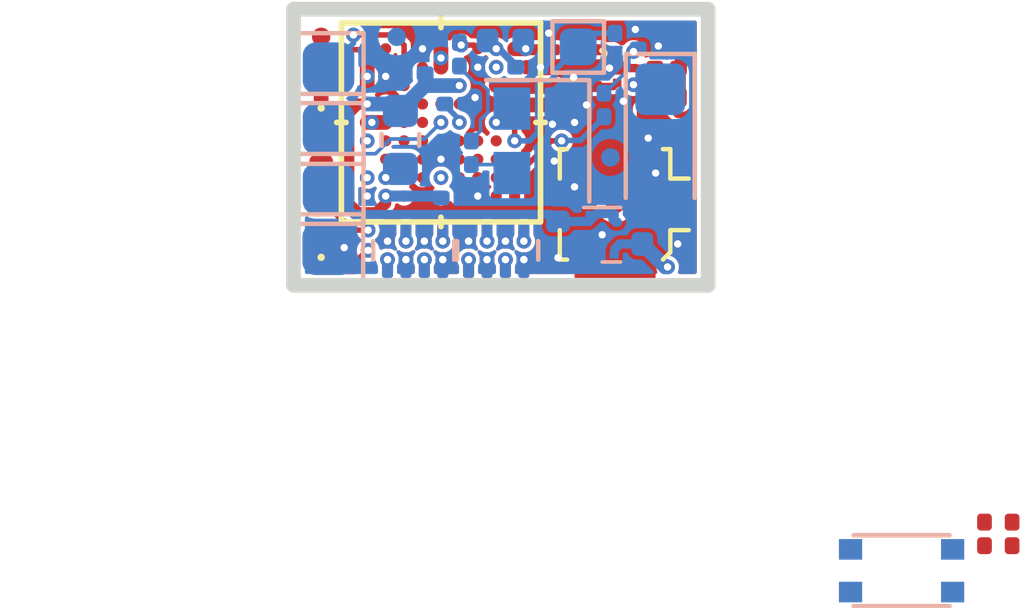
<source format=kicad_pcb>
(kicad_pcb (version 20171130) (host pcbnew "(5.1.4)-1")
  (layers (0 F.Cu signal) (1 In1.Cu_Gnd signal) (2 In2.Cu_3V3 signal) (31 B.Cu signal) (34 B.Paste user) (35 F.Paste user) (36 B.SilkS user hide) (37 F.SilkS user hide) (38 B.Mask user) (39 F.Mask user) (44 Edge.Cuts user))
  (net 0 "")
  (net 1 GND)
  (net 2 VDDRF1V5)
  (net 3 VR_PA)
  (net 4 3.3-5V_IN)
  (net 5 BIND_BUT)
  (net 6 +3V3)
  (net 7 "Net-(C8-Pad1)")
  (net 8 "Net-(C13-Pad2)")
  (net 9 XI)
  (net 10 "Net-(C18-Pad2)")
  (net 11 "Net-(C18-Pad1)")
  (net 12 RFI_N)
  (net 13 RFI_P)
  (net 14 XO)
  (net 15 "Net-(C26-Pad1)")
  (net 16 "Net-(D1-Pad1)")
  (net 17 "Net-(D2-Pad1)")
  (net 18 "Net-(L1-Pad1)")
  (net 19 LED1)
  (net 20 LED2)
  (net 21 Boot0)
  (net 22 RFSW_CRTL)
  (net 23 UART_RX)
  (net 24 UART_TX)
  (net 25 "Net-(U1-PadB3)")
  (net 26 "Net-(U1-PadB4)")
  (net 27 "Net-(U1-PadB6)")
  (net 28 "Net-(U1-PadB9)")
  (net 29 "Net-(U1-PadC2)")
  (net 30 "Net-(U1-PadC3)")
  (net 31 "Net-(U1-PadC4)")
  (net 32 "Net-(U1-PadC5)")
  (net 33 "Net-(U1-PadC6)")
  (net 34 "Net-(U1-PadC7)")
  (net 35 "Net-(U1-PadD2)")
  (net 36 "Net-(U1-PadD3)")
  (net 37 "Net-(U1-PadD4)")
  (net 38 "Net-(U1-PadD5)")
  (net 39 "Net-(U1-PadD6)")
  (net 40 "Net-(U1-PadD8)")
  (net 41 "Net-(U1-PadE4)")
  (net 42 "Net-(U1-PadE6)")
  (net 43 "Net-(U1-PadE7)")
  (net 44 "Net-(U1-PadF1)")
  (net 45 "Net-(U1-PadF2)")
  (net 46 "Net-(U1-PadF4)")
  (net 47 "Net-(U1-PadF6)")
  (net 48 "Net-(U1-PadG2)")
  (net 49 "Net-(U1-PadG3)")
  (net 50 "Net-(U1-PadG4)")
  (net 51 "Net-(U1-PadH2)")
  (net 52 "Net-(U1-PadH3)")
  (net 53 "Net-(U1-PadH4)")
  (net 54 "Net-(U1-PadJ3)")
  (net 55 "Net-(U1-PadJ8)")
  (net 56 "Net-(U1-PadH1)")
  (net 57 "Net-(U1-PadC1)")
  (net 58 "Net-(U1-PadE1)")
  (net 59 "Net-(U1-PadF3)")
  (net 60 "Net-(U1-PadD7)")
  (net 61 "Net-(C14-Pad1)")
  (net 62 "Net-(L2-Pad2)")
  (net 63 "Net-(R6-Pad1)")
  (net 64 RFI)
  (net 65 RFO)
  (module ftprnts:0900FM15D0039 (layer F.Cu) (at 127.575 52.85 90)
    (fp_text reference U4 hide)
    (fp_text value 0900FM15D0039 hide)
    (pad 10 smd roundrect (at 1 0) (size 0.3 0.45) (layers F.Cu F.Paste F.Mask) (roundrect_rratio 0.2) (net 1 GND))
    (pad 9 smd roundrect (at -1 0) (size 0.3 0.45) (layers F.Cu F.Paste F.Mask) (roundrect_rratio 0.2) (net 1 GND))
    (pad 8 smd roundrect (at 0.75 0.575 270) (size 0.3 0.45) (layers F.Cu F.Paste F.Mask) (roundrect_rratio 0.2) (net 65 RFO))
    (pad 7 smd roundrect (at 0.25 0.575 270) (size 0.3 0.45) (layers F.Cu F.Paste F.Mask) (roundrect_rratio 0.2) (net 1 GND))
    (pad 6 smd roundrect (at -0.25 0.575 270) (size 0.3 0.45) (layers F.Cu F.Paste F.Mask) (roundrect_rratio 0.2) (net 64 RFI))
    (pad 5 smd roundrect (at -0.75 0.575 270) (size 0.3 0.45) (layers F.Cu F.Paste F.Mask) (roundrect_rratio 0.2) (net 1 GND))
    (pad 4 smd roundrect (at -0.75 -0.575 270) (size 0.3 0.45) (layers F.Cu F.Paste F.Mask) (roundrect_rratio 0.2) (net 13 RFI_P))
    (pad 3 smd roundrect (at -0.25 -0.575 270) (size 0.3 0.45) (layers F.Cu F.Paste F.Mask) (roundrect_rratio 0.2) (net 12 RFI_N))
    (pad 2 smd roundrect (at 0.25 -0.575 270) (size 0.3 0.45) (layers F.Cu F.Paste F.Mask) (roundrect_rratio 0.2) (net 1 GND))
    (pad 1 smd roundrect (at 0.75 -0.575 270) (size 0.3 0.45) (layers F.Cu F.Paste F.Mask) (roundrect_rratio 0.2) (net 62 "Net-(L2-Pad2)"))
  )
  (module Crystal:Crystal_SMD_2520-4Pin_2.5x2.0mm (layer B.Cu) (at 126.625 54.575 270)
    (fp_text reference U5 hide)
    (fp_text value ECS-TXO-25CSMV-320-AM-TR hide)
    (pad 4 smd rect (at -0.875 0.7 270) (size 1.15 1) (layers B.Cu B.Paste B.Mask) (net 6 +3V3))
    (pad 3 smd rect (at 0.875 0.7 270) (size 1.15 1) (layers B.Cu B.Paste B.Mask) (net 63 "Net-(R6-Pad1)"))
    (pad 2 smd rect (at 0.875 -0.7 270) (size 1.15 1) (layers B.Cu B.Paste B.Mask) (net 1 GND))
    (pad 1 smd rect (at -0.875 -0.7 270) (size 1.15 1) (layers B.Cu B.Paste B.Mask) (net 1 GND))
  )
  (module ftprnts:R_0201_0603Metric_dense (layer B.Cu) (at 124.825 54.9 90)
    (fp_text reference R6 hide)
    (fp_text value 220R hide)
    (pad 2 smd roundrect (at 0.32 0 90) (size 0.46 0.4) (layers B.Cu B.Mask) (net 61 "Net-(C14-Pad1)"))
    (pad 1 smd roundrect (at -0.32 0 90) (size 0.46 0.4) (layers B.Cu B.Mask) (net 63 "Net-(R6-Pad1)"))
  )
  (module Inductor_SMD:L_0603_1608Metric (layer B.Cu) (at 122.9 54.55 90)
    (fp_text reference L1 hide)
    (fp_text value 15µH hide)
    (pad 2 smd roundrect (at 0.7875 0 90) (size 0.875 0.95) (layers B.Cu B.Paste B.Mask) (net 2 VDDRF1V5))
    (pad 1 smd roundrect (at -0.7875 0 90) (size 0.875 0.95) (layers B.Cu B.Paste B.Mask) (net 18 "Net-(L1-Pad1)"))
  )
  (module LED_SMD:LED_0402_1005Metric (layer F.Cu) (at 120.75 56.65 90)
    (fp_text reference D2 hide)
    (fp_text value LED_WHITE hide)
    (pad 2 smd roundrect (at 0.485 0 90) (size 0.59 0.64) (layers F.Cu F.Paste F.Mask) (net 6 +3V3))
    (pad 1 smd roundrect (at -0.485 0 90) (size 0.59 0.64) (layers F.Cu F.Paste F.Mask) (net 17 "Net-(D2-Pad1)"))
  )
  (module LED_SMD:LED_0402_1005Metric (layer F.Cu) (at 120.75 54.775 270)
    (fp_text reference D1 hide)
    (fp_text value LED_BLUE hide)
    (pad 2 smd roundrect (at 0.485 0 270) (size 0.59 0.64) (layers F.Cu F.Paste F.Mask) (net 6 +3V3))
    (pad 1 smd roundrect (at -0.485 0 270) (size 0.59 0.64) (layers F.Cu F.Paste F.Mask) (net 16 "Net-(D1-Pad1)"))
  )
  (module ftprnts:C_0201_0603Metric_dense (layer B.Cu) (at 124.5 52.225 90)
    (fp_text reference C14 hide)
    (fp_text value 10pF hide)
    (pad 2 smd roundrect (at 0.32 0 90) (size 0.46 0.4) (layers B.Cu B.Mask) (net 9 XI))
    (pad 1 smd roundrect (at -0.32 0 90) (size 0.46 0.4) (layers B.Cu B.Mask) (net 61 "Net-(C14-Pad1)"))
  )
  (module ftprnts:BGS12PL6E6327XTSA1 (layer F.Cu) (at 129 52.6)
    (fp_text reference U3 hide)
    (fp_text value BGS12PL6E6327XTSA1 hide)
    (pad 1 smd rect (at -0.2159 -0.399999) (size 0.2286 0.2286) (layers F.Cu F.Paste F.Mask) (net 65 RFO))
    (pad 2 smd rect (at -0.2159 0) (size 0.2286 0.2286) (layers F.Cu F.Paste F.Mask) (net 1 GND))
    (pad 3 smd rect (at -0.2159 0.399999) (size 0.2286 0.2286) (layers F.Cu F.Paste F.Mask) (net 64 RFI))
    (pad 4 smd rect (at 0.2159 0.399999) (size 0.2286 0.2286) (layers F.Cu F.Paste F.Mask) (net 6 +3V3))
    (pad 5 smd rect (at 0.2159 0) (size 0.2286 0.2286) (layers F.Cu F.Paste F.Mask) (net 11 "Net-(C18-Pad1)"))
    (pad 6 smd rect (at 0.2159 -0.399999) (size 0.2286 0.2286) (layers F.Cu F.Paste F.Mask) (net 8 "Net-(C13-Pad2)"))
  )
  (module ftprnts:STM32WLE5JBI6 (layer F.Cu) (at 124 54.075 90)
    (fp_text reference U1 hide)
    (fp_text value STM32WLE5JBI6 hide)
    (pad A1 smd circle (at -2 -2 90) (size 0.3048 0.3048) (layers F.Cu F.Paste F.Mask) (net 1 GND))
    (pad A2 smd circle (at -1.5 -2 90) (size 0.3048 0.3048) (layers F.Cu F.Paste F.Mask) (net 6 +3V3))
    (pad A4 smd circle (at -0.5 -2 90) (size 0.3048 0.3048) (layers F.Cu F.Paste F.Mask) (net 20 LED2))
    (pad A5 smd circle (at 0 -2 90) (size 0.3048 0.3048) (layers F.Cu F.Paste F.Mask) (net 6 +3V3))
    (pad A7 smd circle (at 1 -2 90) (size 0.3048 0.3048) (layers F.Cu F.Paste F.Mask) (net 6 +3V3))
    (pad A8 smd circle (at 1.5 -2 90) (size 0.3048 0.3048) (layers F.Cu F.Paste F.Mask) (net 6 +3V3))
    (pad A9 smd circle (at 2 -2 90) (size 0.3048 0.3048) (layers F.Cu F.Paste F.Mask) (net 19 LED1))
    (pad B1 smd circle (at -2 -1.5 90) (size 0.3048 0.3048) (layers F.Cu F.Paste F.Mask) (net 2 VDDRF1V5))
    (pad B2 smd circle (at -1.5 -1.5 90) (size 0.3048 0.3048) (layers F.Cu F.Paste F.Mask) (net 18 "Net-(L1-Pad1)"))
    (pad B3 smd circle (at -1 -1.5 90) (size 0.3048 0.3048) (layers F.Cu F.Paste F.Mask) (net 25 "Net-(U1-PadB3)"))
    (pad B4 smd circle (at -0.5 -1.5 90) (size 0.3048 0.3048) (layers F.Cu F.Paste F.Mask) (net 26 "Net-(U1-PadB4)"))
    (pad B5 smd circle (at 0 -1.5 90) (size 0.3048 0.3048) (layers F.Cu F.Paste F.Mask) (net 6 +3V3))
    (pad B6 smd circle (at 0.5 -1.5 90) (size 0.3048 0.3048) (layers F.Cu F.Paste F.Mask) (net 27 "Net-(U1-PadB6)"))
    (pad B7 smd circle (at 1 -1.5 90) (size 0.3048 0.3048) (layers F.Cu F.Paste F.Mask) (net 1 GND))
    (pad B8 smd circle (at 1.5 -1.5 90) (size 0.3048 0.3048) (layers F.Cu F.Paste F.Mask) (net 1 GND))
    (pad B9 smd circle (at 2 -1.5 90) (size 0.3048 0.3048) (layers F.Cu F.Paste F.Mask) (net 28 "Net-(U1-PadB9)"))
    (pad C1 smd circle (at -2 -1 90) (size 0.3048 0.3048) (layers F.Cu F.Paste F.Mask) (net 57 "Net-(U1-PadC1)"))
    (pad C2 smd circle (at -1.5 -1 90) (size 0.3048 0.3048) (layers F.Cu F.Paste F.Mask) (net 29 "Net-(U1-PadC2)"))
    (pad C3 smd circle (at -1 -1 90) (size 0.3048 0.3048) (layers F.Cu F.Paste F.Mask) (net 30 "Net-(U1-PadC3)"))
    (pad C4 smd circle (at -0.5 -1 90) (size 0.3048 0.3048) (layers F.Cu F.Paste F.Mask) (net 31 "Net-(U1-PadC4)"))
    (pad C5 smd circle (at 0 -1 90) (size 0.3048 0.3048) (layers F.Cu F.Paste F.Mask) (net 32 "Net-(U1-PadC5)"))
    (pad C6 smd circle (at 0.5 -1 90) (size 0.3048 0.3048) (layers F.Cu F.Paste F.Mask) (net 33 "Net-(U1-PadC6)"))
    (pad C7 smd circle (at 1 -1 90) (size 0.3048 0.3048) (layers F.Cu F.Paste F.Mask) (net 34 "Net-(U1-PadC7)"))
    (pad C8 smd circle (at 1.5 -1 90) (size 0.3048 0.3048) (layers F.Cu F.Paste F.Mask) (net 23 UART_RX))
    (pad D2 smd circle (at -1.5 -0.5 90) (size 0.3048 0.3048) (layers F.Cu F.Paste F.Mask) (net 35 "Net-(U1-PadD2)"))
    (pad D3 smd circle (at -1 -0.5 90) (size 0.3048 0.3048) (layers F.Cu F.Paste F.Mask) (net 36 "Net-(U1-PadD3)"))
    (pad D4 smd circle (at -0.5 -0.5 90) (size 0.3048 0.3048) (layers F.Cu F.Paste F.Mask) (net 37 "Net-(U1-PadD4)"))
    (pad D5 smd circle (at 0 -0.5 90) (size 0.3048 0.3048) (layers F.Cu F.Paste F.Mask) (net 38 "Net-(U1-PadD5)"))
    (pad D6 smd circle (at 0.5 -0.5 90) (size 0.3048 0.3048) (layers F.Cu F.Paste F.Mask) (net 39 "Net-(U1-PadD6)"))
    (pad D7 smd circle (at 1 -0.5 90) (size 0.3048 0.3048) (layers F.Cu F.Paste F.Mask) (net 60 "Net-(U1-PadD7)"))
    (pad D8 smd circle (at 1.5 -0.5 90) (size 0.3048 0.3048) (layers F.Cu F.Paste F.Mask) (net 40 "Net-(U1-PadD8)"))
    (pad D9 smd circle (at 2 -0.5 90) (size 0.3048 0.3048) (layers F.Cu F.Paste F.Mask) (net 1 GND))
    (pad E1 smd circle (at -2 0 90) (size 0.3048 0.3048) (layers F.Cu F.Paste F.Mask) (net 58 "Net-(U1-PadE1)"))
    (pad E2 smd circle (at -1.5 0 90) (size 0.3048 0.3048) (layers F.Cu F.Paste F.Mask) (net 6 +3V3))
    (pad E3 smd circle (at -1 0 90) (size 0.3048 0.3048) (layers F.Cu F.Paste F.Mask) (net 1 GND))
    (pad E4 smd circle (at -0.5 0 90) (size 0.3048 0.3048) (layers F.Cu F.Paste F.Mask) (net 41 "Net-(U1-PadE4)"))
    (pad E5 smd circle (at 0 0 90) (size 0.3048 0.3048) (layers F.Cu F.Paste F.Mask) (net 24 UART_TX))
    (pad E6 smd circle (at 0.5 0 90) (size 0.3048 0.3048) (layers F.Cu F.Paste F.Mask) (net 42 "Net-(U1-PadE6)"))
    (pad E7 smd circle (at 1 0 90) (size 0.3048 0.3048) (layers F.Cu F.Paste F.Mask) (net 43 "Net-(U1-PadE7)"))
    (pad E8 smd circle (at 1.5 0 90) (size 0.3048 0.3048) (layers F.Cu F.Paste F.Mask) (net 6 +3V3))
    (pad E9 smd circle (at 2 0 90) (size 0.3048 0.3048) (layers F.Cu F.Paste F.Mask) (net 6 +3V3))
    (pad F1 smd circle (at -2 0.5 90) (size 0.3048 0.3048) (layers F.Cu F.Paste F.Mask) (net 44 "Net-(U1-PadF1)"))
    (pad F2 smd circle (at -1.5 0.5 90) (size 0.3048 0.3048) (layers F.Cu F.Paste F.Mask) (net 45 "Net-(U1-PadF2)"))
    (pad F3 smd circle (at -1 0.5 90) (size 0.3048 0.3048) (layers F.Cu F.Paste F.Mask) (net 59 "Net-(U1-PadF3)"))
    (pad F4 smd circle (at -0.5 0.5 90) (size 0.3048 0.3048) (layers F.Cu F.Paste F.Mask) (net 46 "Net-(U1-PadF4)"))
    (pad F5 smd circle (at 0 0.5 90) (size 0.3048 0.3048) (layers F.Cu F.Paste F.Mask) (net 7 "Net-(C8-Pad1)"))
    (pad F6 smd circle (at 0.5 0.5 90) (size 0.3048 0.3048) (layers F.Cu F.Paste F.Mask) (net 47 "Net-(U1-PadF6)"))
    (pad F7 smd circle (at 1 0.5 90) (size 0.3048 0.3048) (layers F.Cu F.Paste F.Mask) (net 2 VDDRF1V5))
    (pad F8 smd circle (at 1.5 0.5 90) (size 0.3048 0.3048) (layers F.Cu F.Paste F.Mask) (net 14 XO))
    (pad G2 smd circle (at -1.5 1 90) (size 0.3048 0.3048) (layers F.Cu F.Paste F.Mask) (net 48 "Net-(U1-PadG2)"))
    (pad G3 smd circle (at -1 1 90) (size 0.3048 0.3048) (layers F.Cu F.Paste F.Mask) (net 49 "Net-(U1-PadG3)"))
    (pad G4 smd circle (at -0.5 1 90) (size 0.3048 0.3048) (layers F.Cu F.Paste F.Mask) (net 50 "Net-(U1-PadG4)"))
    (pad G5 smd circle (at 0 1 90) (size 0.3048 0.3048) (layers F.Cu F.Paste F.Mask) (net 1 GND))
    (pad G6 smd circle (at 0.5 1 90) (size 0.3048 0.3048) (layers F.Cu F.Paste F.Mask) (net 1 GND))
    (pad G7 smd circle (at 1 1 90) (size 0.3048 0.3048) (layers F.Cu F.Paste F.Mask) (net 1 GND))
    (pad G8 smd circle (at 1.5 1 90) (size 0.3048 0.3048) (layers F.Cu F.Paste F.Mask) (net 1 GND))
    (pad G9 smd circle (at 2 1 90) (size 0.3048 0.3048) (layers F.Cu F.Paste F.Mask) (net 9 XI))
    (pad H1 smd circle (at -2 1.5 90) (size 0.3048 0.3048) (layers F.Cu F.Paste F.Mask) (net 56 "Net-(U1-PadH1)"))
    (pad H2 smd circle (at -1.5 1.5 90) (size 0.3048 0.3048) (layers F.Cu F.Paste F.Mask) (net 51 "Net-(U1-PadH2)"))
    (pad H3 smd circle (at -1 1.5 90) (size 0.3048 0.3048) (layers F.Cu F.Paste F.Mask) (net 52 "Net-(U1-PadH3)"))
    (pad H4 smd circle (at -0.5 1.5 90) (size 0.3048 0.3048) (layers F.Cu F.Paste F.Mask) (net 53 "Net-(U1-PadH4)"))
    (pad H5 smd circle (at 0 1.5 90) (size 0.3048 0.3048) (layers F.Cu F.Paste F.Mask) (net 6 +3V3))
    (pad H6 smd circle (at 0.5 1.5 90) (size 0.3048 0.3048) (layers F.Cu F.Paste F.Mask) (net 1 GND))
    (pad H7 smd circle (at 1 1.5 90) (size 0.3048 0.3048) (layers F.Cu F.Paste F.Mask) (net 12 RFI_N))
    (pad H8 smd circle (at 1.5 1.5 90) (size 0.3048 0.3048) (layers F.Cu F.Paste F.Mask) (net 6 +3V3))
    (pad H9 smd circle (at 2 1.5 90) (size 0.3048 0.3048) (layers F.Cu F.Paste F.Mask) (net 3 VR_PA))
    (pad J1 smd circle (at -2 2 90) (size 0.3048 0.3048) (layers F.Cu F.Paste F.Mask) (net 5 BIND_BUT))
    (pad J2 smd circle (at -1.5 2 90) (size 0.3048 0.3048) (layers F.Cu F.Paste F.Mask) (net 22 RFSW_CRTL))
    (pad J3 smd circle (at -1 2 90) (size 0.3048 0.3048) (layers F.Cu F.Paste F.Mask) (net 54 "Net-(U1-PadJ3)"))
    (pad J5 smd circle (at 0 2 90) (size 0.3048 0.3048) (layers F.Cu F.Paste F.Mask) (net 21 Boot0))
    (pad J6 smd circle (at 0.5 2 90) (size 0.3048 0.3048) (layers F.Cu F.Paste F.Mask) (net 13 RFI_P))
    (pad J8 smd circle (at 1.5 2 90) (size 0.3048 0.3048) (layers F.Cu F.Paste F.Mask) (net 55 "Net-(U1-PadJ8)"))
    (pad J9 smd circle (at 2 2 90) (size 0.3048 0.3048) (layers F.Cu F.Paste F.Mask) (net 62 "Net-(L2-Pad2)"))
  )
  (module Capacitor_Tantalum_SMD:CP_EIA-3216-18_Kemet-A (layer B.Cu) (at 129.95 54.525 270)
    (fp_text reference C12 hide)
    (fp_text value 100uF hide)
    (pad 1 smd roundrect (at -1.35 0 270) (size 1.4 1.35) (layers B.Cu B.Paste B.Mask) (roundrect_rratio 0.185185) (net 6 +3V3))
    (pad 2 smd roundrect (at 1.35 0 270) (size 1.4 1.35) (layers B.Cu B.Paste B.Mask) (roundrect_rratio 0.185185) (net 1 GND))
  )
  (module Connector_Coaxial:U.FL_Molex_MCRF_73412-0110_Vertical (layer F.Cu) (at 128.725 56.3 90)
    (fp_text reference J1 hide)
    (fp_text value u.fl hide)
    (pad 2 smd rect (at -1.475 0 90) (size 1.05 2.2) (layers F.Cu F.Paste F.Mask) (net 1 GND))
    (pad 2 smd rect (at 1.475 0 90) (size 1.05 2.2) (layers F.Cu F.Paste F.Mask) (net 1 GND))
    (pad 2 smd rect (at 0 -1.5 90) (size 1 1) (layers F.Cu F.Paste F.Mask) (net 1 GND))
    (pad 1 smd rect (at 0 1.5 90) (size 1 1) (layers F.Cu F.Paste F.Mask) (net 15 "Net-(C26-Pad1)"))
  )
  (module ftprnts:EVPBL9A2B000 (layer B.Cu) (at 136.5 66.25 180)
    (fp_text reference SW1 hide)
    (fp_text value SW_Push hide)
    (pad 1 smd rect (at -1.385 0.58 180) (size 0.63 0.56) (layers B.Cu B.Paste B.Mask) (net 5 BIND_BUT))
    (pad 1 smd rect (at -1.385 -0.58 180) (size 0.63 0.56) (layers B.Cu B.Paste B.Mask) (net 5 BIND_BUT))
    (pad 2 smd rect (at 1.385 0.58 180) (size 0.63 0.56) (layers B.Cu B.Paste B.Mask) (net 1 GND))
    (pad 2 smd rect (at 1.385 -0.58 180) (size 0.63 0.56) (layers B.Cu B.Paste B.Mask) (net 1 GND))
  )
  (module ftprnts:R_0201_0603Metric_dense (layer B.Cu) (at 128.425 53.6 270)
    (fp_text reference R5 hide)
    (fp_text value 100R hide)
    (pad 2 smd roundrect (at 0.32 0 270) (size 0.46 0.4) (layers B.Cu B.Mask) (net 22 RFSW_CRTL))
    (pad 1 smd roundrect (at -0.32 0 270) (size 0.46 0.4) (layers B.Cu B.Mask) (net 8 "Net-(C13-Pad2)"))
  )
  (module ftprnts:R_0201_0603Metric_dense (layer B.Cu) (at 128.725 51.975 90)
    (fp_text reference R4 hide)
    (fp_text value 10k hide)
    (pad 2 smd roundrect (at 0.32 0 90) (size 0.46 0.4) (layers B.Cu B.Mask) (net 21 Boot0))
    (pad 1 smd roundrect (at -0.32 0 90) (size 0.46 0.4) (layers B.Cu B.Mask) (net 1 GND))
  )
  (module ftprnts:R_0201_0603Metric_dense (layer F.Cu) (at 139.5 65.25 90)
    (fp_text reference R3 hide)
    (fp_text value 10k hide)
    (pad 2 smd roundrect (at 0.32 0 90) (size 0.46 0.4) (layers F.Cu F.Mask) (net 6 +3V3))
    (pad 1 smd roundrect (at -0.32 0 90) (size 0.46 0.4) (layers F.Cu F.Mask) (net 5 BIND_BUT))
  )
  (module ftprnts:R_0201_0603Metric_dense (layer F.Cu) (at 121.225 58 180)
    (fp_text reference R2 hide)
    (fp_text value 270R hide)
    (pad 2 smd roundrect (at 0.32 0 180) (size 0.46 0.4) (layers F.Cu F.Mask) (net 17 "Net-(D2-Pad1)"))
    (pad 1 smd roundrect (at -0.32 0 180) (size 0.46 0.4) (layers F.Cu F.Mask) (net 20 LED2))
  )
  (module ftprnts:R_0201_0603Metric_dense (layer F.Cu) (at 120.75 53.15 270)
    (fp_text reference R1 hide)
    (fp_text value 270R hide)
    (pad 2 smd roundrect (at 0.32 0 270) (size 0.46 0.4) (layers F.Cu F.Mask) (net 16 "Net-(D1-Pad1)"))
    (pad 1 smd roundrect (at -0.32 0 270) (size 0.46 0.4) (layers F.Cu F.Mask) (net 19 LED1))
  )
  (module ftprnts:L_0402_1005Metric_dense (layer B.Cu) (at 129.95 57.375)
    (fp_text reference C5 hide)
    (fp_text value 10µF hide)
    (pad 2 smd roundrect (at 0.485 0) (size 0.59 0.64) (layers B.Cu B.Paste B.Mask) (net 1 GND))
    (pad 1 smd roundrect (at -0.485 0) (size 0.59 0.64) (layers B.Cu B.Paste B.Mask) (net 6 +3V3))
  )
  (module ftprnts:L_0402_1005Metric_dense (layer B.Cu) (at 127.175 57.25 270)
    (fp_text reference C3 hide)
    (fp_text value 10µF hide)
    (pad 2 smd roundrect (at 0.485 0 270) (size 0.59 0.64) (layers B.Cu B.Paste B.Mask) (net 1 GND))
    (pad 1 smd roundrect (at -0.485 0 270) (size 0.59 0.64) (layers B.Cu B.Paste B.Mask) (net 4 3.3-5V_IN))
  )
  (module Package_DFN_QFN:UDFN-4_1x1mm_P0.65mm (layer B.Cu) (at 128.375 57.125 90)
    (fp_text reference U2 hide)
    (fp_text value NCP160 hide)
    (pad 5 smd rect (at 0 0.17 135) (size 0.24 0.24) (layers B.Cu B.Paste B.Mask) (net 1 GND))
    (pad 5 smd rect (at -0.17 0 135) (size 0.24 0.24) (layers B.Cu B.Paste B.Mask) (net 1 GND))
    (pad 5 smd rect (at 0.17 0 135) (size 0.24 0.24) (layers B.Cu B.Paste B.Mask) (net 1 GND))
    (pad 3 smd rect (at 0.345 -0.415) (size 0.07 0.19) (layers B.Cu B.Paste B.Mask) (net 4 3.3-5V_IN))
    (pad 1 smd trapezoid (at -0.38 0.35 270) (size 0.2 0.2) (rect_delta 0 -0.19999) (layers B.Cu B.Paste B.Mask) (net 6 +3V3))
    (pad 3 smd trapezoid (at 0.43 -0.29 90) (size 0.18 0.18) (rect_delta 0 -0.17999) (layers B.Cu B.Paste B.Mask) (net 4 3.3-5V_IN))
    (pad 3 smd rect (at 0.54 -0.325 180) (size 0.25 0.22) (layers B.Cu B.Paste B.Mask) (net 4 3.3-5V_IN))
    (pad 4 smd rect (at 0.34 0.415) (size 0.07 0.19) (layers B.Cu B.Paste B.Mask) (net 4 3.3-5V_IN))
    (pad 4 smd trapezoid (at 0.425 0.29 180) (size 0.18 0.18) (rect_delta 0.1799 0) (layers B.Cu B.Paste B.Mask) (net 4 3.3-5V_IN))
    (pad 4 smd rect (at 0.54 0.325 180) (size 0.25 0.22) (layers B.Cu B.Paste B.Mask) (net 4 3.3-5V_IN))
    (pad 1 smd rect (at -0.54 0.325 180) (size 0.25 0.22) (layers B.Cu B.Paste B.Mask) (net 6 +3V3))
    (pad 5 smd rect (at 0 -0.17 135) (size 0.24 0.24) (layers B.Cu B.Paste B.Mask) (net 1 GND))
    (pad 2 smd rect (at -0.54 -0.325 180) (size 0.25 0.22) (layers B.Cu B.Paste B.Mask) (net 1 GND))
    (pad 1 smd trapezoid (at -0.43 0.3 270) (size 0.2 0.2) (rect_delta 0 -0.19999) (layers B.Cu B.Paste B.Mask) (net 6 +3V3))
    (pad 2 smd trapezoid (at -0.43 -0.29) (size 0.18 0.18) (rect_delta 0.1799 0) (layers B.Cu B.Paste B.Mask) (net 1 GND))
    (pad 2 smd rect (at -0.345 -0.415) (size 0.07 0.19) (layers B.Cu B.Paste B.Mask) (net 1 GND))
  )
  (module TestPoint:TestPoint_Pad_1.0x1.0mm (layer B.Cu) (at 127.725 52.025)
    (fp_text reference TP1 hide)
    (fp_text value "Pad 1x1mm" hide)
    (pad 1 smd roundrect (at 0 0) (size 1 1) (layers B.Cu B.Mask) (net 21 Boot0))
  )
  (module ftprnts:0805_low_esl_cap_avx_w_via_dense (layer B.Cu) (at 125.5 57.55 90)
    (fp_text reference C11 hide)
    (fp_text value 2.2uF hide)
    (pad 2 thru_hole circle (at -0.25 0.25 90) (size 0.4 0.4) (drill 0.2) (layers *.Cu) (net 6 +3V3))
    (pad 1 thru_hole circle (at -0.25 -0.25 90) (size 0.4 0.4) (drill 0.2) (layers *.Cu) (net 1 GND))
    (pad 2 smd roundrect (at -0.5 0.25 90) (size 0.5 0.3) (layers B.Cu B.Paste B.Mask) (net 6 +3V3))
    (pad 1 smd roundrect (at -0.5 -0.25 90) (size 0.5 0.3) (layers B.Cu B.Paste B.Mask) (net 1 GND))
    (pad 2 smd roundrect (at 0.5 -0.25 90) (size 0.5 0.3) (layers B.Cu B.Paste B.Mask) (net 6 +3V3))
    (pad 1 smd roundrect (at -0.5 0.75 90) (size 0.5 0.3) (layers B.Cu B.Paste B.Mask) (net 1 GND))
    (pad 2 smd roundrect (at 0.5 0.75 90) (size 0.5 0.3) (layers B.Cu B.Paste B.Mask) (net 6 +3V3))
    (pad 1 smd roundrect (at 0.5 0.25 90) (size 0.5 0.3) (layers B.Cu B.Paste B.Mask) (net 1 GND))
    (pad 2 smd roundrect (at -0.5 -0.75 90) (size 0.5 0.3) (layers B.Cu B.Paste B.Mask) (net 6 +3V3))
    (pad 1 smd roundrect (at 0.5 -0.75 90) (size 0.5 0.3) (layers B.Cu B.Paste B.Mask) (net 1 GND))
    (pad 2 thru_hole circle (at -0.25 -0.75 90) (size 0.4 0.4) (drill 0.2) (layers *.Cu) (net 6 +3V3))
    (pad 2 thru_hole circle (at 0.25 -0.25 90) (size 0.4 0.4) (drill 0.2) (layers *.Cu) (net 6 +3V3))
    (pad 1 thru_hole circle (at -0.25 0.75 90) (size 0.4 0.4) (drill 0.2) (layers *.Cu) (net 1 GND))
    (pad 1 thru_hole circle (at 0.25 -0.75 90) (size 0.4 0.4) (drill 0.2) (layers *.Cu) (net 1 GND))
    (pad 1 thru_hole circle (at 0.25 0.25 90) (size 0.4 0.4) (drill 0.2) (layers *.Cu) (net 1 GND))
    (pad 2 thru_hole circle (at 0.25 0.75 90) (size 0.4 0.4) (drill 0.2) (layers *.Cu) (net 6 +3V3))
  )
  (module ftprnts:0805_low_esl_cap_avx_w_via_dense (layer F.Cu) (at 125.5 57.55 90)
    (fp_text reference C10 hide)
    (fp_text value 2.2uF hide)
    (pad 2 thru_hole circle (at -0.25 -0.25 90) (size 0.4 0.4) (drill 0.2) (layers *.Cu) (net 1 GND))
    (pad 1 thru_hole circle (at -0.25 0.25 90) (size 0.4 0.4) (drill 0.2) (layers *.Cu) (net 6 +3V3))
    (pad 2 smd roundrect (at -0.5 -0.25 90) (size 0.5 0.3) (layers F.Cu F.Paste F.Mask) (net 1 GND))
    (pad 1 smd roundrect (at -0.5 0.25 90) (size 0.5 0.3) (layers F.Cu F.Paste F.Mask) (net 6 +3V3))
    (pad 2 smd roundrect (at 0.5 0.25 90) (size 0.5 0.3) (layers F.Cu F.Paste F.Mask) (net 1 GND))
    (pad 1 smd roundrect (at -0.5 -0.75 90) (size 0.5 0.3) (layers F.Cu F.Paste F.Mask) (net 6 +3V3))
    (pad 2 smd roundrect (at 0.5 -0.75 90) (size 0.5 0.3) (layers F.Cu F.Paste F.Mask) (net 1 GND))
    (pad 1 smd roundrect (at 0.5 -0.25 90) (size 0.5 0.3) (layers F.Cu F.Paste F.Mask) (net 6 +3V3))
    (pad 2 smd roundrect (at -0.5 0.75 90) (size 0.5 0.3) (layers F.Cu F.Paste F.Mask) (net 1 GND))
    (pad 1 smd roundrect (at 0.5 0.75 90) (size 0.5 0.3) (layers F.Cu F.Paste F.Mask) (net 6 +3V3))
    (pad 2 thru_hole circle (at -0.25 0.75 90) (size 0.4 0.4) (drill 0.2) (layers *.Cu) (net 1 GND))
    (pad 2 thru_hole circle (at 0.25 0.25 90) (size 0.4 0.4) (drill 0.2) (layers *.Cu) (net 1 GND))
    (pad 1 thru_hole circle (at -0.25 -0.75 90) (size 0.4 0.4) (drill 0.2) (layers *.Cu) (net 6 +3V3))
    (pad 1 thru_hole circle (at 0.25 0.75 90) (size 0.4 0.4) (drill 0.2) (layers *.Cu) (net 6 +3V3))
    (pad 1 thru_hole circle (at 0.25 -0.25 90) (size 0.4 0.4) (drill 0.2) (layers *.Cu) (net 6 +3V3))
    (pad 2 thru_hole circle (at 0.25 -0.75 90) (size 0.4 0.4) (drill 0.2) (layers *.Cu) (net 1 GND))
  )
  (module ftprnts:0805_low_esl_cap_avx_w_via_dense (layer B.Cu) (at 123.3 57.55 90)
    (fp_text reference C9 hide)
    (fp_text value 2.2uF hide)
    (pad 2 thru_hole circle (at -0.25 0.25 90) (size 0.4 0.4) (drill 0.2) (layers *.Cu) (net 6 +3V3))
    (pad 1 thru_hole circle (at -0.25 -0.25 90) (size 0.4 0.4) (drill 0.2) (layers *.Cu) (net 1 GND))
    (pad 2 smd roundrect (at -0.5 0.25 90) (size 0.5 0.3) (layers B.Cu B.Paste B.Mask) (net 6 +3V3))
    (pad 1 smd roundrect (at -0.5 -0.25 90) (size 0.5 0.3) (layers B.Cu B.Paste B.Mask) (net 1 GND))
    (pad 2 smd roundrect (at 0.5 -0.25 90) (size 0.5 0.3) (layers B.Cu B.Paste B.Mask) (net 6 +3V3))
    (pad 1 smd roundrect (at -0.5 0.75 90) (size 0.5 0.3) (layers B.Cu B.Paste B.Mask) (net 1 GND))
    (pad 2 smd roundrect (at 0.5 0.75 90) (size 0.5 0.3) (layers B.Cu B.Paste B.Mask) (net 6 +3V3))
    (pad 1 smd roundrect (at 0.5 0.25 90) (size 0.5 0.3) (layers B.Cu B.Paste B.Mask) (net 1 GND))
    (pad 2 smd roundrect (at -0.5 -0.75 90) (size 0.5 0.3) (layers B.Cu B.Paste B.Mask) (net 6 +3V3))
    (pad 1 smd roundrect (at 0.5 -0.75 90) (size 0.5 0.3) (layers B.Cu B.Paste B.Mask) (net 1 GND))
    (pad 2 thru_hole circle (at -0.25 -0.75 90) (size 0.4 0.4) (drill 0.2) (layers *.Cu) (net 6 +3V3))
    (pad 2 thru_hole circle (at 0.25 -0.25 90) (size 0.4 0.4) (drill 0.2) (layers *.Cu) (net 6 +3V3))
    (pad 1 thru_hole circle (at -0.25 0.75 90) (size 0.4 0.4) (drill 0.2) (layers *.Cu) (net 1 GND))
    (pad 1 thru_hole circle (at 0.25 -0.75 90) (size 0.4 0.4) (drill 0.2) (layers *.Cu) (net 1 GND))
    (pad 1 thru_hole circle (at 0.25 0.25 90) (size 0.4 0.4) (drill 0.2) (layers *.Cu) (net 1 GND))
    (pad 2 thru_hole circle (at 0.25 0.75 90) (size 0.4 0.4) (drill 0.2) (layers *.Cu) (net 6 +3V3))
  )
  (module ftprnts:0805_low_esl_cap_avx_w_via_dense (layer F.Cu) (at 123.3 57.55 270)
    (fp_text reference C7 hide)
    (fp_text value 2.2uF hide)
    (pad 2 thru_hole circle (at -0.25 -0.25 270) (size 0.4 0.4) (drill 0.2) (layers *.Cu) (net 1 GND))
    (pad 1 thru_hole circle (at -0.25 0.25 270) (size 0.4 0.4) (drill 0.2) (layers *.Cu) (net 6 +3V3))
    (pad 2 smd roundrect (at -0.5 -0.25 270) (size 0.5 0.3) (layers F.Cu F.Paste F.Mask) (net 1 GND))
    (pad 1 smd roundrect (at -0.5 0.25 270) (size 0.5 0.3) (layers F.Cu F.Paste F.Mask) (net 6 +3V3))
    (pad 2 smd roundrect (at 0.5 0.25 270) (size 0.5 0.3) (layers F.Cu F.Paste F.Mask) (net 1 GND))
    (pad 1 smd roundrect (at -0.5 -0.75 270) (size 0.5 0.3) (layers F.Cu F.Paste F.Mask) (net 6 +3V3))
    (pad 2 smd roundrect (at 0.5 -0.75 270) (size 0.5 0.3) (layers F.Cu F.Paste F.Mask) (net 1 GND))
    (pad 1 smd roundrect (at 0.5 -0.25 270) (size 0.5 0.3) (layers F.Cu F.Paste F.Mask) (net 6 +3V3))
    (pad 2 smd roundrect (at -0.5 0.75 270) (size 0.5 0.3) (layers F.Cu F.Paste F.Mask) (net 1 GND))
    (pad 1 smd roundrect (at 0.5 0.75 270) (size 0.5 0.3) (layers F.Cu F.Paste F.Mask) (net 6 +3V3))
    (pad 2 thru_hole circle (at -0.25 0.75 270) (size 0.4 0.4) (drill 0.2) (layers *.Cu) (net 1 GND))
    (pad 2 thru_hole circle (at 0.25 0.25 270) (size 0.4 0.4) (drill 0.2) (layers *.Cu) (net 1 GND))
    (pad 1 thru_hole circle (at -0.25 -0.75 270) (size 0.4 0.4) (drill 0.2) (layers *.Cu) (net 6 +3V3))
    (pad 1 thru_hole circle (at 0.25 0.75 270) (size 0.4 0.4) (drill 0.2) (layers *.Cu) (net 6 +3V3))
    (pad 1 thru_hole circle (at 0.25 -0.25 270) (size 0.4 0.4) (drill 0.2) (layers *.Cu) (net 6 +3V3))
    (pad 2 thru_hole circle (at 0.25 -0.75 270) (size 0.4 0.4) (drill 0.2) (layers *.Cu) (net 1 GND))
  )
  (module ftprnts:L_0402_1005Metric_dense (layer F.Cu) (at 130.35 53.875 270)
    (fp_text reference L6 hide)
    (fp_text value 8.7nH hide)
    (pad 2 smd roundrect (at 0.485 0 270) (size 0.59 0.64) (layers F.Cu F.Paste F.Mask) (net 15 "Net-(C26-Pad1)"))
    (pad 1 smd roundrect (at -0.485 0 270) (size 0.59 0.64) (layers F.Cu F.Paste F.Mask) (net 10 "Net-(C18-Pad2)"))
  )
  (module ftprnts:L_0402_1005Metric_dense (layer B.Cu) (at 125.75 51.85)
    (fp_text reference L2 hide)
    (fp_text value 33nH hide)
    (pad 2 smd roundrect (at 0.485 0) (size 0.59 0.64) (layers B.Cu B.Paste B.Mask) (net 62 "Net-(L2-Pad2)"))
    (pad 1 smd roundrect (at -0.485 0) (size 0.59 0.64) (layers B.Cu B.Paste B.Mask) (net 3 VR_PA))
  )
  (module ftprnts:C_0201_0603Metric_dense (layer F.Cu) (at 129.225 53.8 180)
    (fp_text reference C26 hide)
    (fp_text value 3.3pF hide)
    (pad 2 smd roundrect (at 0.32 0 180) (size 0.46 0.4) (layers F.Cu F.Mask) (net 1 GND))
    (pad 1 smd roundrect (at -0.32 0 180) (size 0.46 0.4) (layers F.Cu F.Mask) (net 15 "Net-(C26-Pad1)"))
  )
  (module ftprnts:C_0201_0603Metric_dense (layer F.Cu) (at 130.125 52 180)
    (fp_text reference C21 hide)
    (fp_text value 3.3pF hide)
    (pad 2 smd roundrect (at 0.32 0 180) (size 0.46 0.4) (layers F.Cu F.Mask) (net 1 GND))
    (pad 1 smd roundrect (at -0.32 0 180) (size 0.46 0.4) (layers F.Cu F.Mask) (net 10 "Net-(C18-Pad2)"))
  )
  (module ftprnts:C_0201_0603Metric_dense (layer F.Cu) (at 130.125 52.6)
    (fp_text reference C18 hide)
    (fp_text value 33pF hide)
    (pad 2 smd roundrect (at 0.32 0) (size 0.46 0.4) (layers F.Cu F.Mask) (net 10 "Net-(C18-Pad2)"))
    (pad 1 smd roundrect (at -0.32 0) (size 0.46 0.4) (layers F.Cu F.Mask) (net 11 "Net-(C18-Pad1)"))
  )
  (module ftprnts:C_0201_0603Metric_dense (layer B.Cu) (at 129.675 52.075 180)
    (fp_text reference C13 hide)
    (fp_text value 1nF hide)
    (pad 2 smd roundrect (at 0.32 0 180) (size 0.46 0.4) (layers B.Cu B.Mask) (net 8 "Net-(C13-Pad2)"))
    (pad 1 smd roundrect (at -0.32 0 180) (size 0.46 0.4) (layers B.Cu B.Mask) (net 1 GND))
  )
  (module ftprnts:C_0201_0603Metric_dense (layer B.Cu) (at 124.425 53.575)
    (fp_text reference C8 hide)
    (fp_text value 100nF hide)
    (pad 2 smd roundrect (at 0.32 0) (size 0.46 0.4) (layers B.Cu B.Mask) (net 1 GND))
    (pad 1 smd roundrect (at -0.32 0) (size 0.46 0.4) (layers B.Cu B.Mask) (net 7 "Net-(C8-Pad1)"))
  )
  (module ftprnts:C_0201_0603Metric_dense (layer B.Cu) (at 124.325 56.125)
    (fp_text reference C6 hide)
    (fp_text value 1µF hide)
    (pad 2 smd roundrect (at 0.32 0) (size 0.46 0.4) (layers B.Cu B.Mask) (net 1 GND))
    (pad 1 smd roundrect (at -0.32 0) (size 0.46 0.4) (layers B.Cu B.Mask) (net 2 VDDRF1V5))
  )
  (module ftprnts:C_0201_0603Metric_dense (layer F.Cu) (at 138.75 65.25 90)
    (fp_text reference C4 hide)
    (fp_text value 1µF hide)
    (pad 2 smd roundrect (at 0.32 0 90) (size 0.46 0.4) (layers F.Cu F.Mask) (net 1 GND))
    (pad 1 smd roundrect (at -0.32 0 90) (size 0.46 0.4) (layers F.Cu F.Mask) (net 5 BIND_BUT))
  )
  (module ftprnts:C_0201_0603Metric_dense (layer B.Cu) (at 126.35 52.575)
    (fp_text reference C2 hide)
    (fp_text value 1µF hide)
    (pad 2 smd roundrect (at 0.32 0) (size 0.46 0.4) (layers B.Cu B.Mask) (net 1 GND))
    (pad 1 smd roundrect (at -0.32 0) (size 0.46 0.4) (layers B.Cu B.Mask) (net 3 VR_PA))
  )
  (module ftprnts:C_0201_0603Metric_dense (layer B.Cu) (at 123.25 52.75 180)
    (fp_text reference C1 hide)
    (fp_text value 1µF hide)
    (pad 2 smd roundrect (at 0.32 0 180) (size 0.46 0.4) (layers B.Cu B.Mask) (net 1 GND))
    (pad 1 smd roundrect (at -0.32 0 180) (size 0.46 0.4) (layers B.Cu B.Mask) (net 2 VDDRF1V5))
  )
  (module TestPoint:TestPoint_Pad_1.5x1.5mm (layer B.Cu) (at 120.94 57.52)
    (fp_text reference TP2 hide)
    (fp_text value "Pad 1.5x1.5mm" hide)
    (pad 1 smd roundrect (at 0 0) (size 1.4 1.4) (layers B.Cu B.Mask) (net 1 GND))
  )
  (module TestPoint:TestPoint_Pad_1.5x1.5mm (layer B.Cu) (at 120.95 55.88)
    (fp_text reference TP3 hide)
    (fp_text value "Pad 1.5x1.5mm" hide)
    (pad 1 smd roundrect (at 0 0) (size 1.4 1.4) (layers B.Cu B.Mask) (net 4 3.3-5V_IN))
  )
  (module TestPoint:TestPoint_Pad_1.5x1.5mm (layer B.Cu) (at 120.95 52.6)
    (fp_text reference TP4 hide)
    (fp_text value "Pad 1.5x1.5mm" hide)
    (pad 1 smd roundrect (at 0 0) (size 1.4 1.4) (layers B.Cu B.Mask) (net 23 UART_RX))
  )
  (module TestPoint:TestPoint_Pad_1.5x1.5mm (layer B.Cu) (at 120.95 54.25)
    (fp_text reference TP5 hide)
    (fp_text value "Pad 1.5x1.5mm" hide)
    (pad 1 smd roundrect (at 0 0) (size 1.4 1.4) (layers B.Cu B.Mask) (net 24 UART_TX))
  )
  (module Fiducial:Fiducial_0.5mm_Dia_1mm_Outer (layer B.Cu) (at 122.8 51.75)
    (fp_text reference FID1 hide)
    (fp_text value Fiducial hide)
    (pad "" smd circle (at 0 0) (size 0.5 0.5) (layers B.Cu B.Mask) (clearance 0.25))
  )
  (module Fiducial:Fiducial_0.5mm_Dia_1mm_Outer (layer F.Cu) (at 128.725 56.3)
    (fp_text reference FID2 hide)
    (fp_text value Fiducial hide)
    (pad "" smd circle (at 0 0) (size 0.5 0.5) (layers F.Cu F.Mask) (clearance 0.25))
  )
  (module Fiducial:Fiducial_0.5mm_Dia_1mm_Outer (layer B.Cu) (at 128.6 55.025)
    (fp_text reference FID3 hide)
    (fp_text value Fiducial hide)
    (pad "" smd circle (at 0 0) (size 0.5 0.5) (layers B.Cu B.Mask) (clearance 0.25))
  )
  (module Fiducial:Fiducial_0.5mm_Dia_1mm_Outer (layer F.Cu) (at 120.75 51.75)
    (fp_text reference FID4 hide)
    (fp_text value Fiducial hide)
    (pad "" smd circle (at 0 0) (size 0.5 0.5) (layers F.Cu F.Mask) (clearance 0.25))
  )
  (gr_line (start 120 58.5) (end 120 51) (layer Edge.Cuts) (width 0.4))
  (gr_line (start 131.25 58.5) (end 120 58.5) (layer Edge.Cuts) (width 0.4))
  (gr_line (start 131.25 51) (end 131.25 58.5) (layer Edge.Cuts) (width 0.4))
  (gr_line (start 120 51) (end 131.25 51) (layer Edge.Cuts) (width 0.4))
  (via (at 127.075 55.125) (size 0.4) (drill 0.2) (layers F.Cu B.Cu) (net 1))
  (via (at 127.625 55.825) (size 0.4) (drill 0.2) (layers F.Cu B.Cu) (net 1))
  (via (at 123.5 52.075) (size 0.4) (drill 0.2) (layers F.Cu B.Cu) (net 1))
  (via (at 125 52.575) (size 0.4) (drill 0.2) (layers F.Cu B.Cu) (net 1))
  (via (at 122 56.075) (size 0.4) (drill 0.2) (layers F.Cu B.Cu) (net 1))
  (via (at 124 55.075) (size 0.4) (drill 0.2) (layers F.Cu B.Cu) (net 1))
  (via (at 124.925 53.4) (size 0.4) (drill 0.2) (layers F.Cu B.Cu) (net 1))
  (via (at 128.575 52.6) (size 0.4) (drill 0.2) (layers F.Cu B.Cu) (net 1))
  (via (at 122.5 52.825) (size 0.4) (drill 0.2) (layers F.Cu B.Cu) (net 1))
  (segment (start 122.575 52.75) (end 122.5 52.825) (width 0.4) (layer B.Cu) (net 1))
  (segment (start 122.93 52.75) (end 122.575 52.75) (width 0.4) (layer B.Cu) (net 1))
  (segment (start 122.5 52.575) (end 122.5 52.825) (width 0.4) (layer F.Cu) (net 1))
  (segment (start 122.5 53.075) (end 122.5 52.825) (width 0.4) (layer F.Cu) (net 1))
  (segment (start 128.575 52.6) (end 128.15 52.6) (width 0.4) (layer F.Cu) (net 1))
  (via (at 121.375 57.475) (size 0.4) (drill 0.2) (layers F.Cu B.Cu) (net 1))
  (via (at 125 56.075) (size 0.4) (drill 0.2) (layers F.Cu B.Cu) (net 1))
  (via (at 127.6 52.85) (size 0.4) (drill 0.2) (layers F.Cu B.Cu) (net 1))
  (via (at 128.95 53.5) (size 0.4) (drill 0.2) (layers F.Cu B.Cu) (net 1))
  (via (at 127.95 53.6) (size 0.4) (drill 0.2) (layers F.Cu B.Cu) (net 1))
  (via (at 126.7 52.575) (size 0.4) (drill 0.2) (layers F.Cu B.Cu) (net 1))
  (via (at 127.625 54.075) (size 0.4) (drill 0.2) (layers F.Cu B.Cu) (net 1))
  (via (at 126.925 51.65) (size 0.4) (drill 0.2) (layers F.Cu B.Cu) (net 1))
  (via (at 129.9 52) (size 0.4) (drill 0.2) (layers F.Cu B.Cu) (net 1))
  (via (at 129.275 51.55) (size 0.4) (drill 0.2) (layers F.Cu B.Cu) (net 1))
  (via (at 129.625 54.5) (size 0.4) (drill 0.2) (layers F.Cu B.Cu) (net 1))
  (via (at 130.425 57.375) (size 0.4) (drill 0.2) (layers F.Cu B.Cu) (net 1))
  (via (at 127.025 54.125) (size 0.4) (drill 0.2) (layers F.Cu B.Cu) (net 1))
  (via (at 128.375 57.125) (size 0.4) (drill 0.2) (layers F.Cu B.Cu) (net 1))
  (via (at 127.175 57.75) (size 0.4) (drill 0.2) (layers F.Cu B.Cu) (net 1))
  (via (at 129.825 55.45) (size 0.4) (drill 0.2) (layers F.Cu B.Cu) (net 1))
  (via (at 124.5 53.075) (size 0.4) (drill 0.2) (layers F.Cu B.Cu) (net 2))
  (via (at 122.5 56.075) (size 0.4) (drill 0.2) (layers F.Cu B.Cu) (net 2))
  (via (at 122 53.575) (size 0.4) (drill 0.2) (layers F.Cu B.Cu) (net 2))
  (segment (start 122.7375 53.575) (end 122.9 53.7375) (width 0.4) (layer B.Cu) (net 2))
  (segment (start 122 53.575) (end 122.7375 53.575) (width 0.4) (layer B.Cu) (net 2))
  (segment (start 123.57 53.0675) (end 122.9 53.7375) (width 0.4) (layer B.Cu) (net 2))
  (segment (start 123.57 52.75) (end 123.57 53.0675) (width 0.4) (layer B.Cu) (net 2))
  (segment (start 123.5775 53.075) (end 123.57 53.0675) (width 0.4) (layer B.Cu) (net 2))
  (segment (start 124.5 53.075) (end 123.5775 53.075) (width 0.4) (layer B.Cu) (net 2))
  (segment (start 122.5 56.075) (end 122.5 56.275) (width 0.3) (layer F.Cu) (net 2))
  (segment (start 122.5 56.275) (end 122.25 56.525) (width 0.3) (layer F.Cu) (net 2))
  (segment (start 122.25 56.525) (end 121.75 56.525) (width 0.3) (layer F.Cu) (net 2))
  (segment (start 121.75 56.525) (end 121.5 56.275) (width 0.3) (layer F.Cu) (net 2))
  (segment (start 121.5 56.275) (end 121.5 53.825) (width 0.3) (layer F.Cu) (net 2))
  (segment (start 121.75 53.575) (end 122 53.575) (width 0.3) (layer F.Cu) (net 2))
  (segment (start 121.5 53.825) (end 121.75 53.575) (width 0.3) (layer F.Cu) (net 2))
  (segment (start 123.955 56.075) (end 124.005 56.125) (width 0.3) (layer B.Cu) (net 2))
  (segment (start 122.5 56.075) (end 123.955 56.075) (width 0.3) (layer B.Cu) (net 2))
  (via (at 125.5 52.075) (size 0.4) (drill 0.2) (layers F.Cu B.Cu) (net 3))
  (segment (start 126.105 52.575) (end 126.105 52.555) (width 0.2) (layer B.Cu) (net 3))
  (segment (start 126.03 52.53) (end 126.03 52.575) (width 0.2) (layer B.Cu) (net 3))
  (segment (start 125.5 52.075) (end 125.575 52.075) (width 0.2) (layer B.Cu) (net 3))
  (segment (start 125.575 52.075) (end 126.03 52.53) (width 0.2) (layer B.Cu) (net 3))
  (segment (start 128.015 56.765) (end 128.085 56.695) (width 0.25) (layer B.Cu) (net 4))
  (segment (start 127.175 56.765) (end 128.015 56.765) (width 0.25) (layer B.Cu) (net 4))
  (segment (start 128.085 56.695) (end 128.23 56.55) (width 0.25) (layer B.Cu) (net 4))
  (segment (start 128.665 56.55) (end 128.7 56.585) (width 0.25) (layer B.Cu) (net 4))
  (segment (start 128.23 56.55) (end 128.665 56.55) (width 0.25) (layer B.Cu) (net 4))
  (segment (start 126.985 56.575) (end 127.175 56.765) (width 0.25) (layer B.Cu) (net 4))
  (segment (start 120.95 55.88) (end 121.645 56.575) (width 0.25) (layer B.Cu) (net 4))
  (segment (start 121.645 56.575) (end 126.985 56.575) (width 0.25) (layer B.Cu) (net 4))
  (segment (start 128.75 56.785) (end 128.665 56.7) (width 0.25) (layer B.Cu) (net 4))
  (segment (start 128.79 56.785) (end 128.75 56.785) (width 0.25) (layer B.Cu) (net 4))
  (via (at 129.225 53.05) (size 0.4) (drill 0.2) (layers F.Cu B.Cu) (net 6))
  (via (at 125.5 52.575) (size 0.4) (drill 0.2) (layers F.Cu B.Cu) (net 6))
  (via (at 124 52.325) (size 0.4) (drill 0.2) (layers F.Cu B.Cu) (net 6))
  (via (at 124 55.575) (size 0.4) (drill 0.2) (layers F.Cu B.Cu) (net 6))
  (via (at 122 55.575) (size 0.4) (drill 0.2) (layers F.Cu B.Cu) (net 6))
  (via (at 130.15 58) (size 0.4) (drill 0.2) (layers F.Cu B.Cu) (net 6))
  (via (at 125.5 54.075) (size 0.4) (drill 0.2) (layers F.Cu B.Cu) (net 6))
  (via (at 122 52.825) (size 0.4) (drill 0.2) (layers F.Cu B.Cu) (net 6))
  (segment (start 122 52.575) (end 122 52.825) (width 0.4) (layer F.Cu) (net 6))
  (segment (start 122 53.075) (end 122 52.825) (width 0.4) (layer F.Cu) (net 6))
  (via (at 122.125 54.075) (size 0.4) (drill 0.2) (layers F.Cu B.Cu) (net 6))
  (segment (start 122.125 54.075) (end 122 54.075) (width 0.4) (layer F.Cu) (net 6))
  (segment (start 122.5 54.075) (end 122.125 54.075) (width 0.4) (layer F.Cu) (net 6))
  (segment (start 124 52.075) (end 124 52.325) (width 0.4) (layer F.Cu) (net 6))
  (segment (start 124 52.575) (end 124 52.325) (width 0.4) (layer F.Cu) (net 6))
  (via (at 122.025 57) (size 0.4) (drill 0.2) (layers F.Cu B.Cu) (net 6))
  (segment (start 120.75 55.26) (end 120.75 56.165) (width 0.15) (layer F.Cu) (net 6))
  (segment (start 121.585 57) (end 120.75 56.165) (width 0.15) (layer F.Cu) (net 6))
  (segment (start 122.025 57) (end 121.585 57) (width 0.15) (layer F.Cu) (net 6))
  (segment (start 129.825 53.05) (end 129.95 53.175) (width 0.15) (layer B.Cu) (net 6))
  (segment (start 129.225 53.05) (end 129.825 53.05) (width 0.15) (layer B.Cu) (net 6))
  (segment (start 128.855 57.375) (end 128.725 57.505) (width 0.25) (layer B.Cu) (net 6))
  (segment (start 129.465 57.375) (end 128.855 57.375) (width 0.25) (layer B.Cu) (net 6))
  (segment (start 130.09 58) (end 129.465 57.375) (width 0.4) (layer B.Cu) (net 6))
  (segment (start 130.15 58) (end 130.09 58) (width 0.4) (layer B.Cu) (net 6))
  (segment (start 123.05 57.05) (end 123.05 57.3) (width 0.3) (layer B.Cu) (net 6))
  (segment (start 123.05 57.05) (end 123.05 57.3) (width 0.3) (layer F.Cu) (net 6))
  (segment (start 124.05 57.05) (end 124.05 57.3) (width 0.3) (layer F.Cu) (net 6))
  (segment (start 124.05 57.05) (end 124.05 57.3) (width 0.3) (layer B.Cu) (net 6))
  (segment (start 125.25 57.05) (end 125.25 57.3) (width 0.3) (layer F.Cu) (net 6))
  (segment (start 125.25 57.05) (end 125.25 57.3) (width 0.3) (layer B.Cu) (net 6))
  (segment (start 126.25 57.05) (end 126.25 57.3) (width 0.3) (layer B.Cu) (net 6))
  (segment (start 126.25 57.05) (end 126.25 57.3) (width 0.3) (layer F.Cu) (net 6))
  (via (at 124.5 54.075) (size 0.4) (drill 0.2) (layers F.Cu B.Cu) (net 7))
  (segment (start 124.105 53.575) (end 124.105 53.605) (width 0.15) (layer B.Cu) (net 7))
  (segment (start 124.5 54) (end 124.5 54.075) (width 0.15) (layer B.Cu) (net 7))
  (segment (start 124.105 53.605) (end 124.5 54) (width 0.15) (layer B.Cu) (net 7))
  (via (at 129.225 52.15) (size 0.4) (drill 0.2) (layers F.Cu B.Cu) (net 8))
  (segment (start 129.1 52.625) (end 128.445 53.28) (width 0.1) (layer B.Cu) (net 8))
  (segment (start 128.445 53.28) (end 128.425 53.28) (width 0.1) (layer B.Cu) (net 8))
  (segment (start 129.225 52.15) (end 129.1 52.275) (width 0.1) (layer B.Cu) (net 8))
  (segment (start 129.1 52.275) (end 129.1 52.625) (width 0.1) (layer B.Cu) (net 8))
  (via (at 124.55 51.975) (size 0.4) (drill 0.2) (layers F.Cu B.Cu) (net 9))
  (segment (start 124.9 51.975) (end 125 52.075) (width 0.15) (layer F.Cu) (net 9))
  (segment (start 124.55 51.975) (end 124.9 51.975) (width 0.15) (layer F.Cu) (net 9))
  (segment (start 130.445 52) (end 130.445 52.6) (width 0.2) (layer F.Cu) (net 10))
  (segment (start 130.445 53.295) (end 130.35 53.39) (width 0.4) (layer F.Cu) (net 10))
  (segment (start 130.445 52.6) (end 130.445 53.295) (width 0.4) (layer F.Cu) (net 10))
  (segment (start 129.2159 52.6) (end 129.805 52.6) (width 0.2) (layer F.Cu) (net 11))
  (segment (start 125.5 53.075) (end 126.35 53.075) (width 0.4) (layer F.Cu) (net 12))
  (segment (start 126.375 53.1) (end 127 53.1) (width 0.4) (layer F.Cu) (net 12))
  (segment (start 126.35 53.075) (end 126.375 53.1) (width 0.4) (layer F.Cu) (net 12))
  (segment (start 126 53.575) (end 126.2 53.575) (width 0.4) (layer F.Cu) (net 13))
  (segment (start 126.225 53.6) (end 127 53.6) (width 0.4) (layer F.Cu) (net 13))
  (segment (start 126.2 53.575) (end 126.225 53.6) (width 0.4) (layer F.Cu) (net 13))
  (segment (start 130.35 56.175) (end 130.225 56.3) (width 0.4) (layer F.Cu) (net 15))
  (segment (start 130.35 54.36) (end 130.35 56.175) (width 0.4) (layer F.Cu) (net 15))
  (segment (start 129.79 53.8) (end 130.35 54.36) (width 0.4) (layer F.Cu) (net 15))
  (segment (start 129.545 53.8) (end 129.79 53.8) (width 0.4) (layer F.Cu) (net 15))
  (segment (start 120.75 53.47) (end 120.75 54.29) (width 0.15) (layer F.Cu) (net 16))
  (segment (start 120.905 57.29) (end 120.75 57.135) (width 0.15) (layer F.Cu) (net 17))
  (segment (start 120.905 58) (end 120.905 57.29) (width 0.15) (layer F.Cu) (net 17))
  (via (at 122.5 55.575) (size 0.4) (drill 0.2) (layers F.Cu B.Cu) (net 18))
  (segment (start 122 52.075) (end 121.975 52.1) (width 0.15) (layer F.Cu) (net 19))
  (segment (start 121.48 52.1) (end 120.75 52.83) (width 0.15) (layer F.Cu) (net 19))
  (segment (start 121.975 52.1) (end 121.48 52.1) (width 0.15) (layer F.Cu) (net 19))
  (via (at 122 54.575) (size 0.4) (drill 0.2) (layers F.Cu B.Cu) (net 20))
  (via (at 122.025 57.55) (size 0.4) (drill 0.2) (layers F.Cu B.Cu) (net 20))
  (segment (start 121.995 57.55) (end 121.545 58) (width 0.15) (layer F.Cu) (net 20))
  (segment (start 122.025 57.55) (end 121.995 57.55) (width 0.15) (layer F.Cu) (net 20))
  (via (at 126 54.575) (size 0.4) (drill 0.2) (layers F.Cu B.Cu) (net 21))
  (segment (start 126 54.075) (end 126 54.575) (width 0.15) (layer F.Cu) (net 21))
  (segment (start 128.095 51.655) (end 127.725 52.025) (width 0.15) (layer B.Cu) (net 21))
  (segment (start 128.725 51.655) (end 128.095 51.655) (width 0.15) (layer B.Cu) (net 21))
  (segment (start 126.4 54.575) (end 126.625 54.35) (width 0.15) (layer B.Cu) (net 21))
  (segment (start 126 54.575) (end 126.4 54.575) (width 0.15) (layer B.Cu) (net 21))
  (segment (start 126.625 54.35) (end 126.625 53.05) (width 0.15) (layer B.Cu) (net 21))
  (segment (start 126.625 53.05) (end 126.725 52.95) (width 0.15) (layer B.Cu) (net 21))
  (segment (start 126.725 52.95) (end 126.95 52.95) (width 0.15) (layer B.Cu) (net 21))
  (segment (start 126.95 52.95) (end 127.1 52.8) (width 0.15) (layer B.Cu) (net 21))
  (segment (start 127.1 52.65) (end 127.725 52.025) (width 0.15) (layer B.Cu) (net 21))
  (segment (start 127.1 52.8) (end 127.1 52.65) (width 0.15) (layer B.Cu) (net 21))
  (segment (start 128.425 53.925) (end 128.425 53.92) (width 0.15) (layer B.Cu) (net 22))
  (segment (start 126 55.575) (end 127 54.575) (width 0.15) (layer F.Cu) (net 22))
  (via (at 127.275 54.575) (size 0.4) (drill 0.2) (layers F.Cu B.Cu) (net 22))
  (segment (start 127 54.575) (end 127.275 54.575) (width 0.15) (layer F.Cu) (net 22))
  (segment (start 127.275 54.575) (end 127.2875 54.5625) (width 0.15) (layer B.Cu) (net 22))
  (segment (start 127.2875 54.5625) (end 127.7875 54.5625) (width 0.15) (layer B.Cu) (net 22))
  (segment (start 127.7875 54.5625) (end 128.425 53.925) (width 0.15) (layer B.Cu) (net 22))
  (segment (start 121.625 51.925) (end 120.95 52.6) (width 0.15) (layer B.Cu) (net 23))
  (segment (start 121.625 51.7) (end 121.625 51.925) (width 0.15) (layer B.Cu) (net 23))
  (segment (start 123 51.975) (end 123 52.575) (width 0.15) (layer F.Cu) (net 23))
  (segment (start 122.725 51.7) (end 123 51.975) (width 0.15) (layer F.Cu) (net 23))
  (via (at 121.625 51.7) (size 0.4) (drill 0.2) (layers F.Cu B.Cu) (net 23))
  (segment (start 121.625 51.7) (end 122.725 51.7) (width 0.15) (layer F.Cu) (net 23))
  (via (at 124 54.075) (size 0.4) (drill 0.2) (layers F.Cu B.Cu) (net 24))
  (segment (start 121.625 54.925) (end 120.95 54.25) (width 0.1) (layer B.Cu) (net 24))
  (segment (start 122.225 54.925) (end 121.625 54.925) (width 0.1) (layer B.Cu) (net 24))
  (segment (start 122.625 54.525) (end 122.225 54.925) (width 0.1) (layer B.Cu) (net 24))
  (segment (start 124 54.075) (end 123.55 54.525) (width 0.1) (layer B.Cu) (net 24))
  (segment (start 123.55 54.525) (end 122.625 54.525) (width 0.1) (layer B.Cu) (net 24))
  (segment (start 124.5 52.575) (end 124.5 52.545) (width 0.1) (layer B.Cu) (net 61))
  (segment (start 124.925 53) (end 124.5 52.575) (width 0.1) (layer B.Cu) (net 61))
  (segment (start 124.825 54.55) (end 125.075 54.3) (width 0.1) (layer B.Cu) (net 61))
  (segment (start 125.075 54) (end 125.275 53.8) (width 0.1) (layer B.Cu) (net 61))
  (segment (start 125.075 53) (end 124.925 53) (width 0.1) (layer B.Cu) (net 61))
  (segment (start 125.275 53.8) (end 125.275 53.2) (width 0.1) (layer B.Cu) (net 61))
  (segment (start 124.825 54.58) (end 124.825 54.55) (width 0.1) (layer B.Cu) (net 61))
  (segment (start 125.075 54.3) (end 125.075 54) (width 0.1) (layer B.Cu) (net 61))
  (segment (start 125.275 53.2) (end 125.075 53) (width 0.1) (layer B.Cu) (net 61))
  (segment (start 126 52.075) (end 126.3 52.075) (width 0.4) (layer F.Cu) (net 62))
  (via (at 126.3 52.075) (size 0.4) (drill 0.2) (layers F.Cu B.Cu) (net 62))
  (segment (start 126.325 52.1) (end 126.3 52.075) (width 0.3) (layer F.Cu) (net 62))
  (segment (start 127 52.1) (end 126.325 52.1) (width 0.3) (layer F.Cu) (net 62))
  (segment (start 125.695 55.22) (end 125.925 55.45) (width 0.1) (layer B.Cu) (net 63))
  (segment (start 124.825 55.22) (end 125.695 55.22) (width 0.1) (layer B.Cu) (net 63))
  (segment (start 128.684099 53.1) (end 128.7841 52.999999) (width 0.2) (layer F.Cu) (net 64))
  (segment (start 128.15 53.1) (end 128.684099 53.1) (width 0.2) (layer F.Cu) (net 64))
  (segment (start 128.684099 52.1) (end 128.7841 52.200001) (width 0.2) (layer F.Cu) (net 65))
  (segment (start 128.15 52.1) (end 128.684099 52.1) (width 0.2) (layer F.Cu) (net 65))
  (zone (net 1) (net_name GND) (layer F.Cu) (connect_pads yes (clearance 0.108)) (min_thickness 0.1) (fill yes (arc_segments 32) (thermal_gap 0.508) (thermal_bridge_width 0.508))
    (polygon (pts (xy 131.5 58.75) (xy 119.75 58.75) (xy 119.75 50.75) (xy 131.5 50.75)))
  )
  (zone (net 1) (net_name GND) (layer B.Cu) (connect_pads yes (clearance 0.108)) (min_thickness 0.1) (fill yes (arc_segments 32) (thermal_gap 0.508) (thermal_bridge_width 0.508))
    (polygon (pts (xy 131.5 58.75) (xy 119.75 58.75) (xy 119.75 50.75) (xy 131.5 50.75)))
  )
)
</source>
